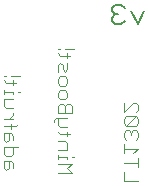
<source format=gbr>
G04 EAGLE Gerber RS-274X export*
G75*
%MOMM*%
%FSLAX34Y34*%
%LPD*%
%INSilkscreen Bottom*%
%IPPOS*%
%AMOC8*
5,1,8,0,0,1.08239X$1,22.5*%
G01*
%ADD10C,0.152400*%
%ADD11C,0.101600*%


D10*
X181102Y164263D02*
X175679Y153416D01*
X170255Y164263D01*
X164730Y166974D02*
X162019Y169686D01*
X156596Y169686D01*
X153884Y166974D01*
X153884Y164263D01*
X156596Y161551D01*
X159307Y161551D01*
X156596Y161551D02*
X153884Y158839D01*
X153884Y156128D01*
X156596Y153416D01*
X162019Y153416D01*
X164730Y156128D01*
D11*
X120152Y27178D02*
X108458Y27178D01*
X116254Y31076D02*
X120152Y27178D01*
X116254Y31076D02*
X120152Y34974D01*
X108458Y34974D01*
X116254Y38872D02*
X116254Y40821D01*
X108458Y40821D01*
X108458Y38872D02*
X108458Y42770D01*
X120152Y40821D02*
X122101Y40821D01*
X116254Y46668D02*
X108458Y46668D01*
X116254Y46668D02*
X116254Y52515D01*
X114305Y54464D01*
X108458Y54464D01*
X110407Y60311D02*
X118203Y60311D01*
X110407Y60311D02*
X108458Y62260D01*
X116254Y62260D02*
X116254Y58362D01*
X116254Y66158D02*
X110407Y66158D01*
X108458Y68107D01*
X108458Y73954D01*
X106509Y73954D02*
X116254Y73954D01*
X106509Y73954D02*
X104560Y72005D01*
X104560Y70056D01*
X108458Y77852D02*
X120152Y77852D01*
X120152Y83699D01*
X118203Y85648D01*
X116254Y85648D01*
X114305Y83699D01*
X112356Y85648D01*
X110407Y85648D01*
X108458Y83699D01*
X108458Y77852D01*
X114305Y77852D02*
X114305Y83699D01*
X108458Y91495D02*
X108458Y95393D01*
X110407Y97342D01*
X114305Y97342D01*
X116254Y95393D01*
X116254Y91495D01*
X114305Y89546D01*
X110407Y89546D01*
X108458Y91495D01*
X108458Y103189D02*
X108458Y107087D01*
X110407Y109036D01*
X114305Y109036D01*
X116254Y107087D01*
X116254Y103189D01*
X114305Y101240D01*
X110407Y101240D01*
X108458Y103189D01*
X108458Y112934D02*
X108458Y118781D01*
X110407Y120730D01*
X112356Y118781D01*
X112356Y114883D01*
X114305Y112934D01*
X116254Y114883D01*
X116254Y120730D01*
X118203Y126577D02*
X110407Y126577D01*
X108458Y128526D01*
X116254Y128526D02*
X116254Y124628D01*
X110407Y132424D02*
X108458Y132424D01*
X114305Y132424D02*
X122101Y132424D01*
X70534Y35565D02*
X70534Y31667D01*
X70534Y35565D02*
X68585Y37514D01*
X62738Y37514D01*
X62738Y31667D01*
X64687Y29718D01*
X66636Y31667D01*
X66636Y37514D01*
X62738Y49208D02*
X74432Y49208D01*
X62738Y49208D02*
X62738Y43361D01*
X64687Y41412D01*
X68585Y41412D01*
X70534Y43361D01*
X70534Y49208D01*
X70534Y55055D02*
X70534Y58953D01*
X68585Y60902D01*
X62738Y60902D01*
X62738Y55055D01*
X64687Y53106D01*
X66636Y55055D01*
X66636Y60902D01*
X62738Y66749D02*
X72483Y66749D01*
X74432Y68698D01*
X68585Y68698D02*
X68585Y64800D01*
X70534Y72596D02*
X62738Y72596D01*
X66636Y72596D02*
X70534Y76494D01*
X70534Y78443D01*
X70534Y82341D02*
X64687Y82341D01*
X62738Y84290D01*
X62738Y90137D01*
X70534Y90137D01*
X70534Y94035D02*
X70534Y95984D01*
X62738Y95984D01*
X62738Y94035D02*
X62738Y97933D01*
X74432Y95984D02*
X76381Y95984D01*
X72483Y103780D02*
X64687Y103780D01*
X62738Y105729D01*
X70534Y105729D02*
X70534Y101831D01*
X64687Y109627D02*
X62738Y109627D01*
X68585Y109627D02*
X76381Y109627D01*
X164338Y20514D02*
X176032Y20514D01*
X164338Y20514D02*
X164338Y28310D01*
X164338Y36106D02*
X176032Y36106D01*
X176032Y32208D02*
X176032Y40004D01*
X172134Y43902D02*
X176032Y47800D01*
X164338Y47800D01*
X164338Y43902D02*
X164338Y51698D01*
X174083Y55596D02*
X176032Y57545D01*
X176032Y61443D01*
X174083Y63392D01*
X172134Y63392D01*
X170185Y61443D01*
X170185Y59494D01*
X170185Y61443D02*
X168236Y63392D01*
X166287Y63392D01*
X164338Y61443D01*
X164338Y57545D01*
X166287Y55596D01*
X166287Y67290D02*
X174083Y67290D01*
X176032Y69239D01*
X176032Y73137D01*
X174083Y75086D01*
X166287Y75086D01*
X164338Y73137D01*
X164338Y69239D01*
X166287Y67290D01*
X174083Y75086D01*
X164338Y78984D02*
X164338Y86780D01*
X164338Y78984D02*
X172134Y86780D01*
X174083Y86780D01*
X176032Y84831D01*
X176032Y80933D01*
X174083Y78984D01*
M02*

</source>
